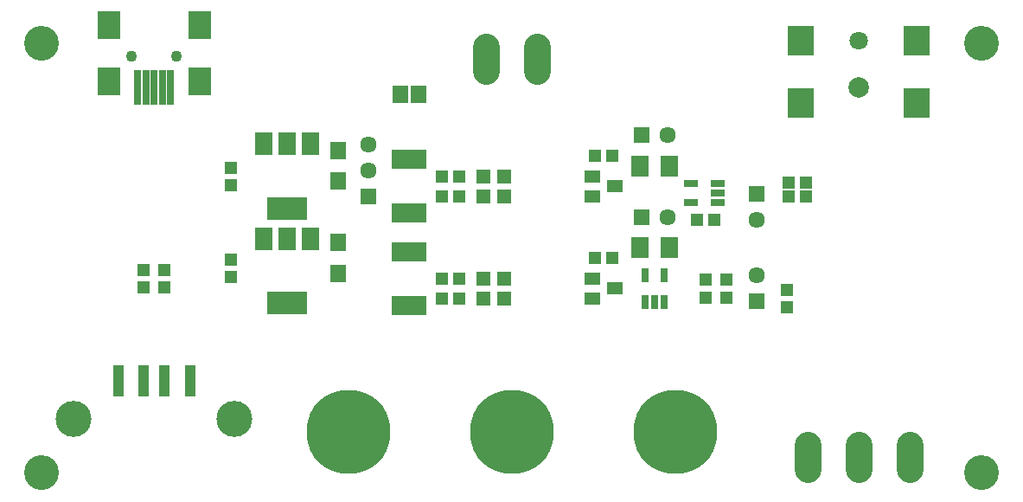
<source format=gbr>
G04 EAGLE Gerber RS-274X export*
G75*
%MOMM*%
%FSLAX34Y34*%
%LPD*%
%INSoldermask Top*%
%IPPOS*%
%AMOC8*
5,1,8,0,0,1.08239X$1,22.5*%
G01*
%ADD10R,2.603200X3.003200*%
%ADD11C,2.003200*%
%ADD12C,1.803200*%
%ADD13R,2.203200X2.703200*%
%ADD14R,0.703200X3.503200*%
%ADD15C,1.103200*%
%ADD16C,2.583200*%
%ADD17R,1.703200X2.203200*%
%ADD18R,4.003200X2.203200*%
%ADD19R,1.603200X1.803200*%
%ADD20R,1.203200X1.303200*%
%ADD21R,1.503200X1.703200*%
%ADD22R,3.353200X1.903200*%
%ADD23C,8.203200*%
%ADD24C,3.519200*%
%ADD25R,1.003200X3.023200*%
%ADD26R,1.603200X1.203200*%
%ADD27R,1.403200X1.403200*%
%ADD28C,3.403200*%
%ADD29R,1.403200X0.753200*%
%ADD30R,0.753200X1.403200*%
%ADD31R,1.612800X1.612800*%
%ADD32C,1.612800*%
%ADD33R,1.803200X2.006200*%
%ADD34R,1.303200X1.203200*%


D10*
X897000Y401250D03*
X783000Y401250D03*
X783000Y462250D03*
X897000Y462250D03*
D11*
X840000Y417250D03*
D12*
X840000Y462250D03*
D13*
X105500Y422500D03*
X194500Y422500D03*
X105500Y477500D03*
X194500Y477500D03*
D14*
X150000Y416500D03*
X142000Y416500D03*
X158000Y416500D03*
X166000Y416500D03*
X134000Y416500D03*
D15*
X172000Y447500D03*
X128000Y447500D03*
D16*
X475000Y456400D02*
X475000Y432600D01*
X525000Y432600D02*
X525000Y456400D01*
D17*
X303000Y361500D03*
X280000Y361500D03*
X257000Y361500D03*
D18*
X280000Y298500D03*
D17*
X303000Y269000D03*
X280000Y269000D03*
X257000Y269000D03*
D18*
X280000Y206000D03*
D19*
X330000Y325000D03*
X330000Y355000D03*
X330000Y235000D03*
X330000Y265000D03*
D20*
X225000Y338500D03*
X225000Y321500D03*
X225000Y248500D03*
X225000Y231500D03*
D21*
X391500Y410000D03*
X408500Y410000D03*
D22*
X400000Y293800D03*
X400000Y346200D03*
X400000Y203800D03*
X400000Y256200D03*
D23*
X660000Y80000D03*
X500000Y80000D03*
X340000Y80000D03*
D16*
X840000Y67400D02*
X840000Y43600D01*
X790000Y43600D02*
X790000Y67400D01*
X890000Y67400D02*
X890000Y43600D01*
D24*
X71500Y92500D03*
X228500Y92500D03*
D25*
X115000Y129600D03*
X140000Y129600D03*
X160000Y129600D03*
X185000Y129600D03*
D26*
X601000Y320000D03*
X579000Y310500D03*
X579000Y329500D03*
D27*
X472000Y310000D03*
X493000Y310000D03*
D20*
X431500Y310000D03*
X448500Y310000D03*
X598500Y350000D03*
X581500Y350000D03*
D27*
X472000Y330000D03*
X493000Y330000D03*
D20*
X431500Y330000D03*
X448500Y330000D03*
D26*
X601000Y220000D03*
X579000Y210500D03*
X579000Y229500D03*
D27*
X472000Y210000D03*
X493000Y210000D03*
D20*
X431500Y210000D03*
X448500Y210000D03*
X598500Y250000D03*
X581500Y250000D03*
D27*
X472000Y230000D03*
X493000Y230000D03*
D20*
X431500Y230000D03*
X448500Y230000D03*
D28*
X40000Y40000D03*
X960000Y40000D03*
X960000Y460000D03*
X40000Y460000D03*
D29*
X701750Y304250D03*
X701750Y313750D03*
X701750Y323250D03*
X675750Y323250D03*
X675750Y304250D03*
D30*
X630500Y207000D03*
X640000Y207000D03*
X649500Y207000D03*
X649500Y233000D03*
X630500Y233000D03*
D31*
X740000Y312700D03*
D32*
X740000Y287300D03*
D31*
X740000Y207300D03*
D32*
X740000Y232700D03*
D20*
X771500Y310000D03*
X788500Y310000D03*
D33*
X654220Y340000D03*
X625780Y340000D03*
D20*
X698500Y287500D03*
X681500Y287500D03*
X771500Y323750D03*
X788500Y323750D03*
D34*
X160000Y221500D03*
X160000Y238500D03*
X140000Y221500D03*
X140000Y238500D03*
D33*
X654220Y260000D03*
X625780Y260000D03*
D34*
X770000Y201500D03*
X770000Y218500D03*
X690000Y211500D03*
X690000Y228500D03*
X710000Y211500D03*
X710000Y228500D03*
D31*
X360000Y310000D03*
D32*
X360000Y335400D03*
X360000Y360800D03*
D31*
X627300Y370000D03*
D32*
X652700Y370000D03*
D31*
X627300Y290000D03*
D32*
X652700Y290000D03*
M02*

</source>
